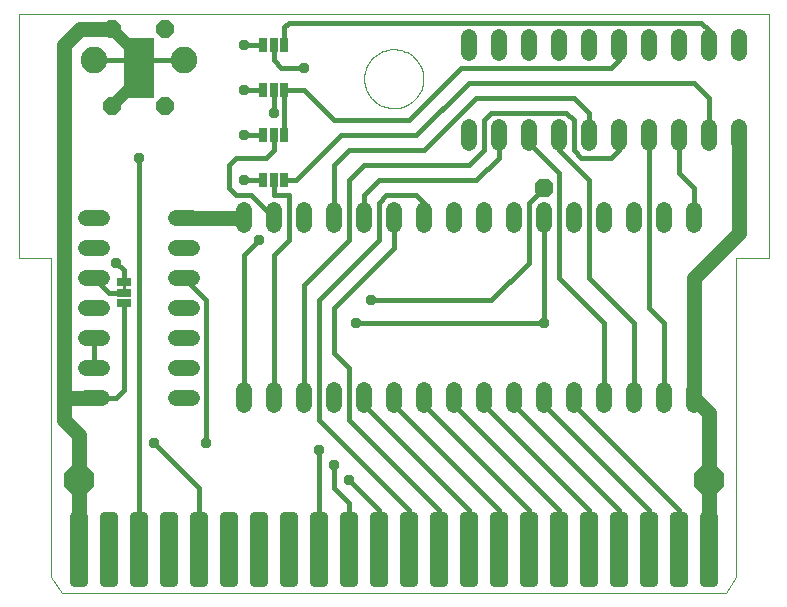
<source format=gbl>
G75*
G70*
%OFA0B0*%
%FSLAX24Y24*%
%IPPOS*%
%LPD*%
%AMOC8*
5,1,8,0,0,1.08239X$1,22.5*
%
%ADD10C,0.0300*%
%ADD11C,0.0000*%
%ADD12C,0.0520*%
%ADD13R,0.0250X0.0500*%
%ADD14R,0.1000X0.2000*%
%ADD15OC8,0.0600*%
%ADD16OC8,0.0630*%
%ADD17R,0.0500X0.0250*%
%ADD18OC8,0.1000*%
%ADD19C,0.0500*%
%ADD20C,0.0886*%
%ADD21C,0.0400*%
%ADD22C,0.0160*%
%ADD23OC8,0.0356*%
%ADD24C,0.0100*%
D10*
X002354Y000847D02*
X002654Y000847D01*
X002354Y000847D02*
X002354Y003047D01*
X002654Y003047D01*
X002654Y000847D01*
X002654Y001146D02*
X002354Y001146D01*
X002354Y001445D02*
X002654Y001445D01*
X002654Y001744D02*
X002354Y001744D01*
X002354Y002043D02*
X002654Y002043D01*
X002654Y002342D02*
X002354Y002342D01*
X002354Y002641D02*
X002654Y002641D01*
X002654Y002940D02*
X002354Y002940D01*
X003354Y000847D02*
X003654Y000847D01*
X003354Y000847D02*
X003354Y003047D01*
X003654Y003047D01*
X003654Y000847D01*
X003654Y001146D02*
X003354Y001146D01*
X003354Y001445D02*
X003654Y001445D01*
X003654Y001744D02*
X003354Y001744D01*
X003354Y002043D02*
X003654Y002043D01*
X003654Y002342D02*
X003354Y002342D01*
X003354Y002641D02*
X003654Y002641D01*
X003654Y002940D02*
X003354Y002940D01*
X004354Y000847D02*
X004654Y000847D01*
X004354Y000847D02*
X004354Y003047D01*
X004654Y003047D01*
X004654Y000847D01*
X004654Y001146D02*
X004354Y001146D01*
X004354Y001445D02*
X004654Y001445D01*
X004654Y001744D02*
X004354Y001744D01*
X004354Y002043D02*
X004654Y002043D01*
X004654Y002342D02*
X004354Y002342D01*
X004354Y002641D02*
X004654Y002641D01*
X004654Y002940D02*
X004354Y002940D01*
X005354Y000847D02*
X005654Y000847D01*
X005354Y000847D02*
X005354Y003047D01*
X005654Y003047D01*
X005654Y000847D01*
X005654Y001146D02*
X005354Y001146D01*
X005354Y001445D02*
X005654Y001445D01*
X005654Y001744D02*
X005354Y001744D01*
X005354Y002043D02*
X005654Y002043D01*
X005654Y002342D02*
X005354Y002342D01*
X005354Y002641D02*
X005654Y002641D01*
X005654Y002940D02*
X005354Y002940D01*
X006354Y000847D02*
X006654Y000847D01*
X006354Y000847D02*
X006354Y003047D01*
X006654Y003047D01*
X006654Y000847D01*
X006654Y001146D02*
X006354Y001146D01*
X006354Y001445D02*
X006654Y001445D01*
X006654Y001744D02*
X006354Y001744D01*
X006354Y002043D02*
X006654Y002043D01*
X006654Y002342D02*
X006354Y002342D01*
X006354Y002641D02*
X006654Y002641D01*
X006654Y002940D02*
X006354Y002940D01*
X007354Y000847D02*
X007654Y000847D01*
X007354Y000847D02*
X007354Y003047D01*
X007654Y003047D01*
X007654Y000847D01*
X007654Y001146D02*
X007354Y001146D01*
X007354Y001445D02*
X007654Y001445D01*
X007654Y001744D02*
X007354Y001744D01*
X007354Y002043D02*
X007654Y002043D01*
X007654Y002342D02*
X007354Y002342D01*
X007354Y002641D02*
X007654Y002641D01*
X007654Y002940D02*
X007354Y002940D01*
X008354Y000847D02*
X008654Y000847D01*
X008354Y000847D02*
X008354Y003047D01*
X008654Y003047D01*
X008654Y000847D01*
X008654Y001146D02*
X008354Y001146D01*
X008354Y001445D02*
X008654Y001445D01*
X008654Y001744D02*
X008354Y001744D01*
X008354Y002043D02*
X008654Y002043D01*
X008654Y002342D02*
X008354Y002342D01*
X008354Y002641D02*
X008654Y002641D01*
X008654Y002940D02*
X008354Y002940D01*
X009354Y000847D02*
X009654Y000847D01*
X009354Y000847D02*
X009354Y003047D01*
X009654Y003047D01*
X009654Y000847D01*
X009654Y001146D02*
X009354Y001146D01*
X009354Y001445D02*
X009654Y001445D01*
X009654Y001744D02*
X009354Y001744D01*
X009354Y002043D02*
X009654Y002043D01*
X009654Y002342D02*
X009354Y002342D01*
X009354Y002641D02*
X009654Y002641D01*
X009654Y002940D02*
X009354Y002940D01*
X010354Y000847D02*
X010654Y000847D01*
X010354Y000847D02*
X010354Y003047D01*
X010654Y003047D01*
X010654Y000847D01*
X010654Y001146D02*
X010354Y001146D01*
X010354Y001445D02*
X010654Y001445D01*
X010654Y001744D02*
X010354Y001744D01*
X010354Y002043D02*
X010654Y002043D01*
X010654Y002342D02*
X010354Y002342D01*
X010354Y002641D02*
X010654Y002641D01*
X010654Y002940D02*
X010354Y002940D01*
X011354Y000847D02*
X011654Y000847D01*
X011354Y000847D02*
X011354Y003047D01*
X011654Y003047D01*
X011654Y000847D01*
X011654Y001146D02*
X011354Y001146D01*
X011354Y001445D02*
X011654Y001445D01*
X011654Y001744D02*
X011354Y001744D01*
X011354Y002043D02*
X011654Y002043D01*
X011654Y002342D02*
X011354Y002342D01*
X011354Y002641D02*
X011654Y002641D01*
X011654Y002940D02*
X011354Y002940D01*
X012354Y000847D02*
X012654Y000847D01*
X012354Y000847D02*
X012354Y003047D01*
X012654Y003047D01*
X012654Y000847D01*
X012654Y001146D02*
X012354Y001146D01*
X012354Y001445D02*
X012654Y001445D01*
X012654Y001744D02*
X012354Y001744D01*
X012354Y002043D02*
X012654Y002043D01*
X012654Y002342D02*
X012354Y002342D01*
X012354Y002641D02*
X012654Y002641D01*
X012654Y002940D02*
X012354Y002940D01*
X013354Y000847D02*
X013654Y000847D01*
X013354Y000847D02*
X013354Y003047D01*
X013654Y003047D01*
X013654Y000847D01*
X013654Y001146D02*
X013354Y001146D01*
X013354Y001445D02*
X013654Y001445D01*
X013654Y001744D02*
X013354Y001744D01*
X013354Y002043D02*
X013654Y002043D01*
X013654Y002342D02*
X013354Y002342D01*
X013354Y002641D02*
X013654Y002641D01*
X013654Y002940D02*
X013354Y002940D01*
X014354Y000847D02*
X014654Y000847D01*
X014354Y000847D02*
X014354Y003047D01*
X014654Y003047D01*
X014654Y000847D01*
X014654Y001146D02*
X014354Y001146D01*
X014354Y001445D02*
X014654Y001445D01*
X014654Y001744D02*
X014354Y001744D01*
X014354Y002043D02*
X014654Y002043D01*
X014654Y002342D02*
X014354Y002342D01*
X014354Y002641D02*
X014654Y002641D01*
X014654Y002940D02*
X014354Y002940D01*
X015354Y000847D02*
X015654Y000847D01*
X015354Y000847D02*
X015354Y003047D01*
X015654Y003047D01*
X015654Y000847D01*
X015654Y001146D02*
X015354Y001146D01*
X015354Y001445D02*
X015654Y001445D01*
X015654Y001744D02*
X015354Y001744D01*
X015354Y002043D02*
X015654Y002043D01*
X015654Y002342D02*
X015354Y002342D01*
X015354Y002641D02*
X015654Y002641D01*
X015654Y002940D02*
X015354Y002940D01*
X016354Y000847D02*
X016654Y000847D01*
X016354Y000847D02*
X016354Y003047D01*
X016654Y003047D01*
X016654Y000847D01*
X016654Y001146D02*
X016354Y001146D01*
X016354Y001445D02*
X016654Y001445D01*
X016654Y001744D02*
X016354Y001744D01*
X016354Y002043D02*
X016654Y002043D01*
X016654Y002342D02*
X016354Y002342D01*
X016354Y002641D02*
X016654Y002641D01*
X016654Y002940D02*
X016354Y002940D01*
X017354Y000847D02*
X017654Y000847D01*
X017354Y000847D02*
X017354Y003047D01*
X017654Y003047D01*
X017654Y000847D01*
X017654Y001146D02*
X017354Y001146D01*
X017354Y001445D02*
X017654Y001445D01*
X017654Y001744D02*
X017354Y001744D01*
X017354Y002043D02*
X017654Y002043D01*
X017654Y002342D02*
X017354Y002342D01*
X017354Y002641D02*
X017654Y002641D01*
X017654Y002940D02*
X017354Y002940D01*
X018354Y000847D02*
X018654Y000847D01*
X018354Y000847D02*
X018354Y003047D01*
X018654Y003047D01*
X018654Y000847D01*
X018654Y001146D02*
X018354Y001146D01*
X018354Y001445D02*
X018654Y001445D01*
X018654Y001744D02*
X018354Y001744D01*
X018354Y002043D02*
X018654Y002043D01*
X018654Y002342D02*
X018354Y002342D01*
X018354Y002641D02*
X018654Y002641D01*
X018654Y002940D02*
X018354Y002940D01*
X019354Y000847D02*
X019654Y000847D01*
X019354Y000847D02*
X019354Y003047D01*
X019654Y003047D01*
X019654Y000847D01*
X019654Y001146D02*
X019354Y001146D01*
X019354Y001445D02*
X019654Y001445D01*
X019654Y001744D02*
X019354Y001744D01*
X019354Y002043D02*
X019654Y002043D01*
X019654Y002342D02*
X019354Y002342D01*
X019354Y002641D02*
X019654Y002641D01*
X019654Y002940D02*
X019354Y002940D01*
X020354Y000847D02*
X020654Y000847D01*
X020354Y000847D02*
X020354Y003047D01*
X020654Y003047D01*
X020654Y000847D01*
X020654Y001146D02*
X020354Y001146D01*
X020354Y001445D02*
X020654Y001445D01*
X020654Y001744D02*
X020354Y001744D01*
X020354Y002043D02*
X020654Y002043D01*
X020654Y002342D02*
X020354Y002342D01*
X020354Y002641D02*
X020654Y002641D01*
X020654Y002940D02*
X020354Y002940D01*
X021354Y000847D02*
X021654Y000847D01*
X021354Y000847D02*
X021354Y003047D01*
X021654Y003047D01*
X021654Y000847D01*
X021654Y001146D02*
X021354Y001146D01*
X021354Y001445D02*
X021654Y001445D01*
X021654Y001744D02*
X021354Y001744D01*
X021354Y002043D02*
X021654Y002043D01*
X021654Y002342D02*
X021354Y002342D01*
X021354Y002641D02*
X021654Y002641D01*
X021654Y002940D02*
X021354Y002940D01*
X022354Y000847D02*
X022654Y000847D01*
X022354Y000847D02*
X022354Y003047D01*
X022654Y003047D01*
X022654Y000847D01*
X022654Y001146D02*
X022354Y001146D01*
X022354Y001445D02*
X022654Y001445D01*
X022654Y001744D02*
X022354Y001744D01*
X022354Y002043D02*
X022654Y002043D01*
X022654Y002342D02*
X022354Y002342D01*
X022354Y002641D02*
X022654Y002641D01*
X022654Y002940D02*
X022354Y002940D01*
X023354Y000847D02*
X023654Y000847D01*
X023354Y000847D02*
X023354Y003047D01*
X023654Y003047D01*
X023654Y000847D01*
X023654Y001146D02*
X023354Y001146D01*
X023354Y001445D02*
X023654Y001445D01*
X023654Y001744D02*
X023354Y001744D01*
X023354Y002043D02*
X023654Y002043D01*
X023654Y002342D02*
X023354Y002342D01*
X023354Y002641D02*
X023654Y002641D01*
X023654Y002940D02*
X023354Y002940D01*
D11*
X001937Y000500D02*
X001583Y001012D01*
X001583Y011646D01*
X000500Y011646D01*
X000500Y019791D01*
X025500Y019791D01*
X025500Y011646D01*
X024417Y011646D01*
X024417Y001012D01*
X024063Y000500D01*
X001937Y000500D01*
X012016Y017626D02*
X012018Y017688D01*
X012024Y017751D01*
X012034Y017812D01*
X012048Y017873D01*
X012065Y017933D01*
X012086Y017992D01*
X012112Y018049D01*
X012140Y018104D01*
X012172Y018158D01*
X012208Y018209D01*
X012246Y018259D01*
X012288Y018305D01*
X012332Y018349D01*
X012380Y018390D01*
X012429Y018428D01*
X012481Y018462D01*
X012535Y018493D01*
X012591Y018521D01*
X012649Y018545D01*
X012708Y018566D01*
X012768Y018582D01*
X012829Y018595D01*
X012891Y018604D01*
X012953Y018609D01*
X013016Y018610D01*
X013078Y018607D01*
X013140Y018600D01*
X013202Y018589D01*
X013262Y018574D01*
X013322Y018556D01*
X013380Y018534D01*
X013437Y018508D01*
X013492Y018478D01*
X013545Y018445D01*
X013596Y018409D01*
X013644Y018370D01*
X013690Y018327D01*
X013733Y018282D01*
X013773Y018234D01*
X013810Y018184D01*
X013844Y018131D01*
X013875Y018077D01*
X013901Y018021D01*
X013925Y017963D01*
X013944Y017903D01*
X013960Y017843D01*
X013972Y017781D01*
X013980Y017720D01*
X013984Y017657D01*
X013984Y017595D01*
X013980Y017532D01*
X013972Y017471D01*
X013960Y017409D01*
X013944Y017349D01*
X013925Y017289D01*
X013901Y017231D01*
X013875Y017175D01*
X013844Y017121D01*
X013810Y017068D01*
X013773Y017018D01*
X013733Y016970D01*
X013690Y016925D01*
X013644Y016882D01*
X013596Y016843D01*
X013545Y016807D01*
X013492Y016774D01*
X013437Y016744D01*
X013380Y016718D01*
X013322Y016696D01*
X013262Y016678D01*
X013202Y016663D01*
X013140Y016652D01*
X013078Y016645D01*
X013016Y016642D01*
X012953Y016643D01*
X012891Y016648D01*
X012829Y016657D01*
X012768Y016670D01*
X012708Y016686D01*
X012649Y016707D01*
X012591Y016731D01*
X012535Y016759D01*
X012481Y016790D01*
X012429Y016824D01*
X012380Y016862D01*
X012332Y016903D01*
X012288Y016947D01*
X012246Y016993D01*
X012208Y017043D01*
X012172Y017094D01*
X012140Y017148D01*
X012112Y017203D01*
X012086Y017260D01*
X012065Y017319D01*
X012048Y017379D01*
X012034Y017440D01*
X012024Y017501D01*
X012018Y017564D01*
X012016Y017626D01*
D12*
X015500Y018490D02*
X015500Y019010D01*
X016500Y019010D02*
X016500Y018490D01*
X017500Y018490D02*
X017500Y019010D01*
X018500Y019010D02*
X018500Y018490D01*
X019500Y018490D02*
X019500Y019010D01*
X020500Y019010D02*
X020500Y018490D01*
X021500Y018490D02*
X021500Y019010D01*
X022500Y019010D02*
X022500Y018490D01*
X023500Y018490D02*
X023500Y019010D01*
X024500Y019010D02*
X024500Y018490D01*
X024500Y016010D02*
X024500Y015490D01*
X023500Y015490D02*
X023500Y016010D01*
X022500Y016010D02*
X022500Y015490D01*
X021500Y015490D02*
X021500Y016010D01*
X020500Y016010D02*
X020500Y015490D01*
X019500Y015490D02*
X019500Y016010D01*
X018500Y016010D02*
X018500Y015490D01*
X017500Y015490D02*
X017500Y016010D01*
X016500Y016010D02*
X016500Y015490D01*
X015500Y015490D02*
X015500Y016010D01*
X015000Y013260D02*
X015000Y012740D01*
X014000Y012740D02*
X014000Y013260D01*
X013000Y013260D02*
X013000Y012740D01*
X012000Y012740D02*
X012000Y013260D01*
X011000Y013260D02*
X011000Y012740D01*
X010000Y012740D02*
X010000Y013260D01*
X009000Y013260D02*
X009000Y012740D01*
X008000Y012740D02*
X008000Y013260D01*
X006260Y013000D02*
X005740Y013000D01*
X005740Y012000D02*
X006260Y012000D01*
X006260Y011000D02*
X005740Y011000D01*
X005740Y010000D02*
X006260Y010000D01*
X006260Y009000D02*
X005740Y009000D01*
X005740Y008000D02*
X006260Y008000D01*
X006260Y007000D02*
X005740Y007000D01*
X008000Y006740D02*
X008000Y007260D01*
X009000Y007260D02*
X009000Y006740D01*
X010000Y006740D02*
X010000Y007260D01*
X011000Y007260D02*
X011000Y006740D01*
X012000Y006740D02*
X012000Y007260D01*
X013000Y007260D02*
X013000Y006740D01*
X014000Y006740D02*
X014000Y007260D01*
X015000Y007260D02*
X015000Y006740D01*
X016000Y006740D02*
X016000Y007260D01*
X017000Y007260D02*
X017000Y006740D01*
X018000Y006740D02*
X018000Y007260D01*
X019000Y007260D02*
X019000Y006740D01*
X020000Y006740D02*
X020000Y007260D01*
X021000Y007260D02*
X021000Y006740D01*
X022000Y006740D02*
X022000Y007260D01*
X023000Y007260D02*
X023000Y006740D01*
X023000Y012740D02*
X023000Y013260D01*
X022000Y013260D02*
X022000Y012740D01*
X021000Y012740D02*
X021000Y013260D01*
X020000Y013260D02*
X020000Y012740D01*
X019000Y012740D02*
X019000Y013260D01*
X018000Y013260D02*
X018000Y012740D01*
X017000Y012740D02*
X017000Y013260D01*
X016000Y013260D02*
X016000Y012740D01*
X003260Y013000D02*
X002740Y013000D01*
X002740Y012000D02*
X003260Y012000D01*
X003260Y011000D02*
X002740Y011000D01*
X002740Y010000D02*
X003260Y010000D01*
X003260Y009000D02*
X002740Y009000D01*
X002740Y008000D02*
X003260Y008000D01*
X003260Y007000D02*
X002740Y007000D01*
D13*
X008650Y014250D03*
X009000Y014250D03*
X009350Y014250D03*
X009350Y015750D03*
X009000Y015750D03*
X008650Y015750D03*
X008650Y017250D03*
X009000Y017250D03*
X009350Y017250D03*
X009350Y018750D03*
X009000Y018750D03*
X008650Y018750D03*
D14*
X004500Y018000D03*
D15*
X003614Y016720D03*
X005386Y016720D03*
X005386Y019280D03*
X003614Y019280D03*
D16*
X018000Y014000D03*
D17*
X004000Y010850D03*
X004000Y010500D03*
X004000Y010150D03*
D18*
X002500Y004250D03*
X023500Y004250D03*
D19*
X023500Y006500D01*
X023000Y007000D01*
X023000Y011000D01*
X024500Y012500D01*
X024500Y015750D01*
X023500Y004250D02*
X023504Y004246D01*
X023504Y001947D01*
X008000Y013000D02*
X006750Y013000D01*
X006000Y013000D01*
X002000Y018750D02*
X002530Y019280D01*
X003614Y019280D01*
X002000Y018750D02*
X002000Y007000D01*
X003000Y007000D01*
X002000Y007000D02*
X002000Y006250D01*
X002500Y005750D01*
X002500Y004250D01*
X002500Y002197D01*
X002504Y001947D01*
D20*
X003000Y018250D03*
X006000Y018250D03*
D21*
X004500Y018250D02*
X004500Y018000D01*
X004500Y017606D01*
X003614Y016720D01*
X004500Y018250D02*
X004500Y018394D01*
X003614Y019280D01*
D22*
X003000Y018250D02*
X004500Y018250D01*
X006000Y018250D01*
X008000Y018750D02*
X008650Y018750D01*
X009000Y018750D02*
X009000Y018250D01*
X009250Y018000D01*
X010000Y018000D01*
X010000Y017250D02*
X009350Y017250D01*
X009350Y015750D01*
X009000Y015750D02*
X009000Y015250D01*
X008750Y015000D01*
X007750Y015000D01*
X007500Y014750D01*
X007500Y014000D01*
X007750Y013750D01*
X008250Y013750D01*
X009000Y013000D01*
X009000Y013750D02*
X009000Y014250D01*
X009350Y014250D02*
X009750Y014250D01*
X011250Y015750D01*
X013750Y015750D01*
X015500Y017500D01*
X023000Y017500D01*
X023500Y017000D01*
X023500Y015750D01*
X022500Y015750D02*
X022500Y014500D01*
X023000Y014000D01*
X023000Y013000D01*
X020500Y015250D02*
X020250Y015000D01*
X019250Y015000D01*
X019000Y015250D01*
X019000Y016250D01*
X018750Y016500D01*
X016250Y016500D01*
X016000Y016250D01*
X016000Y015250D01*
X015500Y014750D01*
X012000Y014750D01*
X011500Y014250D01*
X011500Y012250D01*
X010000Y010750D01*
X010000Y007000D01*
X010500Y006250D02*
X010500Y010250D01*
X012500Y012250D01*
X012500Y013500D01*
X012750Y013750D01*
X013750Y013750D01*
X014000Y013500D01*
X014000Y013000D01*
X013000Y013000D02*
X013000Y012000D01*
X011000Y010000D01*
X011000Y008500D01*
X011500Y008000D01*
X011500Y006250D01*
X014504Y003246D01*
X014504Y001947D01*
X015504Y001947D02*
X015504Y003246D01*
X012000Y006750D01*
X012000Y007000D01*
X013000Y007000D02*
X013000Y006750D01*
X016504Y003246D01*
X016504Y001947D01*
X017504Y001947D02*
X017504Y003246D01*
X014000Y006750D01*
X014000Y007000D01*
X015000Y007000D02*
X015000Y006750D01*
X018504Y003246D01*
X018504Y001947D01*
X019504Y001947D02*
X019504Y003246D01*
X016000Y006750D01*
X016000Y007000D01*
X017000Y007000D02*
X017000Y006750D01*
X020504Y003246D01*
X020504Y001947D01*
X021504Y001947D02*
X021504Y003246D01*
X018000Y006750D01*
X018000Y007000D01*
X019000Y007000D02*
X019000Y006750D01*
X022504Y003246D01*
X022504Y001947D01*
X022000Y007000D02*
X022000Y009500D01*
X021500Y010000D01*
X021500Y015750D01*
X020500Y015750D02*
X020500Y015250D01*
X019500Y015750D02*
X019500Y016500D01*
X019000Y017000D01*
X015750Y017000D01*
X014000Y015250D01*
X011500Y015250D01*
X011000Y014750D01*
X011000Y013000D01*
X012000Y013000D02*
X012000Y013750D01*
X012500Y014250D01*
X015750Y014250D01*
X016500Y015000D01*
X016500Y015750D01*
X017500Y015750D02*
X017500Y015500D01*
X018500Y014500D01*
X018500Y011000D01*
X020000Y009500D01*
X020000Y007000D01*
X021000Y007000D02*
X021000Y009500D01*
X019500Y011000D01*
X019500Y014250D01*
X018500Y015250D01*
X018500Y015750D01*
X018000Y014000D02*
X017500Y013500D01*
X017500Y011500D01*
X016250Y010250D01*
X012250Y010250D01*
X011750Y009500D02*
X018000Y009500D01*
X018000Y013000D01*
X013500Y016250D02*
X011000Y016250D01*
X010000Y017250D01*
X009000Y017250D02*
X009000Y016500D01*
X008650Y015750D02*
X008000Y015750D01*
X008000Y017250D02*
X008650Y017250D01*
X009350Y018750D02*
X009350Y019350D01*
X009500Y019500D01*
X023250Y019500D01*
X023500Y019250D01*
X023500Y018750D01*
X020500Y018750D02*
X020500Y018250D01*
X020250Y018000D01*
X015250Y018000D01*
X013500Y016250D01*
X009500Y013750D02*
X009000Y013750D01*
X009500Y013750D02*
X009500Y012250D01*
X009000Y011750D01*
X009000Y007000D01*
X008000Y007000D02*
X008000Y011750D01*
X008500Y012250D01*
X008650Y014250D02*
X008000Y014250D01*
X004504Y015000D02*
X004500Y015004D01*
X004504Y015000D02*
X004504Y001947D01*
X006504Y001947D02*
X006504Y003996D01*
X005000Y005500D01*
X006750Y005500D02*
X006750Y010250D01*
X006000Y011000D01*
X004000Y010850D02*
X004000Y011250D01*
X003750Y011500D01*
X003000Y011000D02*
X003500Y010500D01*
X004000Y010500D01*
X004000Y010150D02*
X004000Y007250D01*
X003750Y007000D01*
X003000Y007000D01*
X003000Y008000D02*
X003000Y009000D01*
X010500Y006250D02*
X013504Y003246D01*
X013504Y001947D01*
X012504Y001947D02*
X012504Y003246D01*
X011500Y004250D01*
X011000Y004000D02*
X011000Y004750D01*
X010500Y005250D02*
X010504Y003246D01*
X010504Y001947D01*
X011504Y001947D02*
X011500Y002201D01*
X011500Y003500D01*
X011000Y004000D01*
D23*
X011500Y004250D03*
X011000Y004750D03*
X010500Y005250D03*
X006750Y005500D03*
X005000Y005500D03*
X011750Y009500D03*
X012250Y010250D03*
X008500Y012250D03*
X008000Y014250D03*
X008000Y015750D03*
X009000Y016500D03*
X008000Y017250D03*
X008000Y018750D03*
X010000Y018000D03*
X004504Y015000D03*
X003750Y011500D03*
X018000Y009500D03*
D24*
X004000Y010500D02*
X004000Y010750D01*
M02*

</source>
